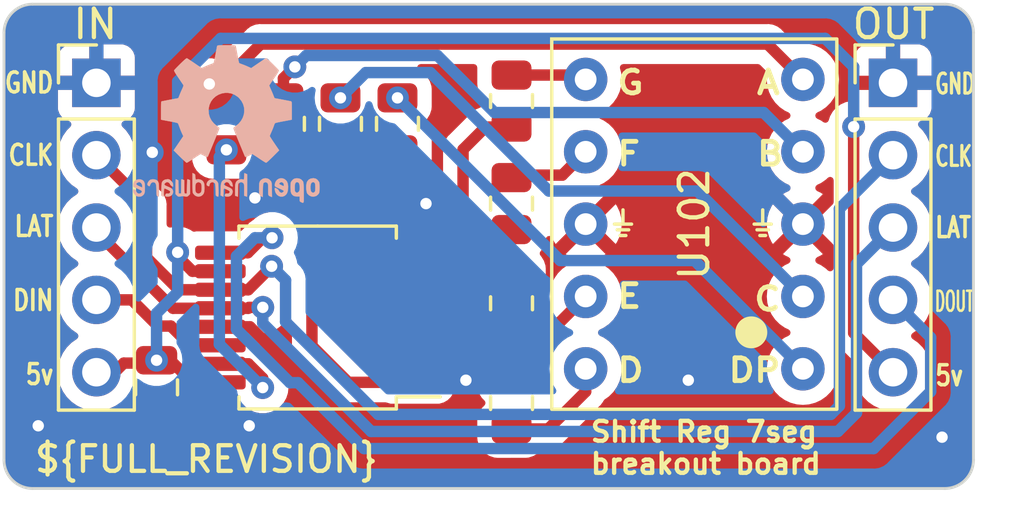
<source format=kicad_pcb>
(kicad_pcb (version 20221018) (generator pcbnew)
  (layers (0 "F.Cu" signal) (31 "B.Cu" signal) (34 "B.Paste" user) (35 "F.Paste" user) (36 "B.SilkS" user "B.Silkscreen") (37 "F.SilkS" user "F.Silkscreen") (38 "B.Mask" user) (39 "F.Mask" user) (44 "Edge.Cuts" user))
  (net 0 "")
  (net 1 "+5V")
  (net 2 "GND")
  (net 3 "/CLOCK")
  (net 4 "/LATCH")
  (net 5 "/DATA_OUT")
  (net 6 "/DATA_IN")
  (net 7 "Net-(U101-QA)")
  (net 8 "/SEG_A")
  (net 9 "Net-(U101-QC)")
  (net 10 "/SEG_C")
  (net 11 "Net-(U101-QE)")
  (net 12 "/SEG_E")
  (net 13 "Net-(U101-QG)")
  (net 14 "/SEG_G")
  (net 15 "Net-(U101-QB)")
  (net 16 "/SEG_B")
  (net 17 "Net-(U101-QD)")
  (net 18 "/SEG_D")
  (net 19 "Net-(U101-QF)")
  (net 20 "/SEG_F")
  (net 21 "Net-(U101-QH)")
  (net 22 "/SEG_DP")
  (footprint "Resistor_SMD:R_0805_2012Metric" (layer "F.Cu") (at 156.8 123 -90)
    (fp_text reference "R106" hide)
    (fp_text value "1K")
    (pad "1" smd roundrect (at -0.9125 0 270) (size 1.025 1.4) (layers "F.Cu" "F.Paste" "F.Mask") (roundrect_rratio 0.243902) (net 17 "Net-(U101-QD)"))
    (pad "2" smd roundrect (at 0.9125 0 270) (size 1.025 1.4) (layers "F.Cu" "F.Paste" "F.Mask") (roundrect_rratio 0.243902) (net 18 "/SEG_D"))
  )
  (footprint "KenwoodFox:SN74HC595" (layer "F.Cu") (at 150 120 180)
    (fp_text reference "U101" hide)
    (fp_text value "SN74HC595")
    (pad "1" smd roundrect (at -3.4125 -2.275 180) (size 1.775 0.5) (layers "F.Cu" "F.Paste" "F.Mask") (net 15 "Net-(U101-QB)"))
    (pad "2" smd roundrect (at -3.4125 -1.625 180) (size 1.775 0.5) (layers "F.Cu" "F.Paste" "F.Mask") (net 9 "Net-(U101-QC)"))
    (pad "3" smd roundrect (at -3.4125 -0.975 180) (size 1.775 0.5) (layers "F.Cu" "F.Paste" "F.Mask") (net 17 "Net-(U101-QD)"))
    (pad "4" smd roundrect (at -3.4125 -0.325 180) (size 1.775 0.5) (layers "F.Cu" "F.Paste" "F.Mask") (net 11 "Net-(U101-QE)"))
    (pad "5" smd roundrect (at -3.4125 0.325 180) (size 1.775 0.5) (layers "F.Cu" "F.Paste" "F.Mask") (net 19 "Net-(U101-QF)"))
    (pad "6" smd roundrect (at -3.4125 0.975 180) (size 1.775 0.5) (layers "F.Cu" "F.Paste" "F.Mask") (net 13 "Net-(U101-QG)"))
    (pad "7" smd roundrect (at -3.4125 1.625 180) (size 1.775 0.5) (layers "F.Cu" "F.Paste" "F.Mask") (net 21 "Net-(U101-QH)"))
    (pad "8" smd roundrect (at -3.4125 2.275 180) (size 1.775 0.5) (layers "F.Cu" "F.Paste" "F.Mask") (net 2 "GND"))
    (pad "9" smd roundrect (at 3.4125 2.275 180) (size 1.775 0.5) (layers "F.Cu" "F.Paste" "F.Mask") (net 5 "/DATA_OUT"))
    (pad "10" smd roundrect (at 3.4125 1.625 180) (size 1.775 0.5) (layers "F.Cu" "F.Paste" "F.Mask") (net 1 "+5V"))
    (pad "11" smd roundrect (at 3.4125 0.975 180) (size 1.775 0.5) (layers "F.Cu" "F.Paste" "F.Mask") (net 3 "/CLOCK"))
    (pad "12" smd roundrect (at 3.4125 0.325 180) (size 1.775 0.5) (layers "F.Cu" "F.Paste" "F.Mask") (net 4 "/LATCH"))
    (pad "13" smd roundrect (at 3.4125 -0.325 180) (size 1.775 0.5) (layers "F.Cu" "F.Paste" "F.Mask") (net 2 "GND"))
    (pad "14" smd roundrect (at 3.4125 -0.975 180) (size 1.775 0.5) (layers "F.Cu" "F.Paste" "F.Mask") (net 6 "/DATA_IN"))
    (pad "15" smd roundrect (at 3.4125 -1.625 180) (size 1.775 0.5) (layers "F.Cu" "F.Paste" "F.Mask") (net 7 "Net-(U101-QA)"))
    (pad "16" smd roundrect (at 3.4125 -2.275 180) (size 1.775 0.5) (layers "F.Cu" "F.Paste" "F.Mask") (net 1 "+5V"))
  )
  (footprint "Resistor_SMD:R_0805_2012Metric" (layer "F.Cu") (at 152.8 113.2 90)
    (fp_text reference "R108" hide)
    (fp_text value "1K")
    (pad "1" smd roundrect (at -0.9125 0 90) (size 1.025 1.4) (layers "F.Cu" "F.Paste" "F.Mask") (roundrect_rratio 0.243902) (net 21 "Net-(U101-QH)"))
    (pad "2" smd roundrect (at 0.9125 0 90) (size 1.025 1.4) (layers "F.Cu" "F.Paste" "F.Mask") (roundrect_rratio 0.243902) (net 22 "/SEG_DP"))
  )
  (footprint "Connector_PinHeader_2.54mm:PinHeader_1x05_P2.54mm_Vertical" (layer "F.Cu") (at 142.24 111.76)
    (fp_text reference "J102" hide)
    (fp_text value "IN" (at -0.04 -2.06) (layer "F.SilkS"))
    (pad "1" thru_hole rect (at 0 0) (size 1.7 1.7) (drill 1) (layers "*.Cu" "*.Mask") (net 2 "GND"))
    (pad "2" thru_hole oval (at 0 2.54) (size 1.7 1.7) (drill 1) (layers "*.Cu" "*.Mask") (net 3 "/CLOCK"))
    (pad "3" thru_hole oval (at 0 5.08) (size 1.7 1.7) (drill 1) (layers "*.Cu" "*.Mask") (net 4 "/LATCH"))
    (pad "4" thru_hole oval (at 0 7.62) (size 1.7 1.7) (drill 1) (layers "*.Cu" "*.Mask") (net 6 "/DATA_IN"))
    (pad "5" thru_hole oval (at 0 10.16) (size 1.7 1.7) (drill 1) (layers "*.Cu" "*.Mask") (net 1 "+5V"))
  )
  (footprint "Resistor_SMD:R_0805_2012Metric" (layer "F.Cu") (at 156.8 112.4 90)
    (fp_text reference "R104" hide)
    (fp_text value "1K")
    (pad "1" smd roundrect (at -0.9125 0 90) (size 1.025 1.4) (layers "F.Cu" "F.Paste" "F.Mask") (roundrect_rratio 0.243902) (net 13 "Net-(U101-QG)"))
    (pad "2" smd roundrect (at 0.9125 0 90) (size 1.025 1.4) (layers "F.Cu" "F.Paste" "F.Mask") (roundrect_rratio 0.243902) (net 14 "/SEG_G"))
  )
  (footprint "Resistor_SMD:R_0805_2012Metric" (layer "F.Cu") (at 146.8 113.2 90)
    (fp_text reference "R101" hide)
    (fp_text value "1K")
    (pad "1" smd roundrect (at -0.9125 0 90) (size 1.025 1.4) (layers "F.Cu" "F.Paste" "F.Mask") (roundrect_rratio 0.243902) (net 7 "Net-(U101-QA)"))
    (pad "2" smd roundrect (at 0.9125 0 90) (size 1.025 1.4) (layers "F.Cu" "F.Paste" "F.Mask") (roundrect_rratio 0.243902) (net 8 "/SEG_A"))
  )
  (footprint "KenwoodFox:SM420391N8" (layer "F.Cu") (at 163.21 116.72)
    (fp_text reference "U102" (at 0 0 90 unlocked) (layer "F.SilkS"))
    (fp_text value "STATE")
    (fp_text user "B" (at 2.1 -2 unlocked) (layer "F.SilkS") (effects (font (size 0.8 0.9) (thickness 0.17) bold) (justify left bottom)))
    (fp_text user "C" (at 2 3.1 unlocked) (layer "F.SilkS") (effects (font (size 0.8 0.9) (thickness 0.17) bold) (justify left bottom)))
    (fp_text user "F" (at -2.8 -2 unlocked) (layer "F.SilkS") (effects (font (size 0.8 0.9) (thickness 0.17) bold) (justify left bottom)))
    (fp_text user "D" (at -2.8 5.6 unlocked) (layer "F.SilkS") (effects (font (size 0.8 0.9) (thickness 0.17) bold) (justify left bottom)))
    (fp_text user "E" (at -2.8 3 unlocked) (layer "F.SilkS") (effects (font (size 0.8 0.9) (thickness 0.17) bold) (justify left bottom)))
    (fp_text user "DP" (at 1.1 5.6 unlocked) (layer "F.SilkS") (effects (font (size 0.8 0.9) (thickness 0.17) bold) (justify left bottom)))
    (fp_text user "A" (at 2.1 -4.5 unlocked) (layer "F.SilkS") (effects (font (size 0.8 0.9) (thickness 0.17) bold) (justify left bottom)))
    (fp_text user "G" (at -2.8 -4.5 unlocked) (layer "F.SilkS") (effects (font (size 0.8 0.9) (thickness 0.17) bold) (justify left bottom)))
    (pad "1" thru_hole circle (at -3.81 -5.08) (size 1.524 1.524) (drill 0.762) (layers "*.Cu" "*.Mask") (net 14 "/SEG_G"))
    (pad "2" thru_hole circle (at -3.81 -2.54) (size 1.524 1.524) (drill 0.762) (layers "*.Cu" "*.Mask") (net 20 "/SEG_F"))
    (pad "3" thru_hole circle (at -3.81 0) (size 1.524 1.524) (drill 0.762) (layers "*.Cu" "*.Mask") (net 2 "GND"))
    (pad "4" thru_hole circle (at -3.81 2.54) (size 1.524 1.524) (drill 0.762) (layers "*.Cu" "*.Mask") (net 12 "/SEG_E"))
    (pad "5" thru_hole circle (at -3.81 5.08) (size 1.524 1.524) (drill 0.762) (layers "*.Cu" "*.Mask") (net 18 "/SEG_D"))
    (pad "6" thru_hole circle (at 3.81 5.08) (size 1.524 1.524) (drill 0.762) (layers "*.Cu" "*.Mask") (net 22 "/SEG_DP"))
    (pad "7" thru_hole circle (at 3.81 2.54) (size 1.524 1.524) (drill 0.762) (layers "*.Cu" "*.Mask") (net 10 "/SEG_C"))
    (pad "8" thru_hole circle (at 3.81 0) (size 1.524 1.524) (drill 0.762) (layers "*.Cu" "*.Mask") (net 2 "GND"))
    (pad "9" thru_hole circle (at 3.81 -2.54) (size 1.524 1.524) (drill 0.762) (layers "*.Cu" "*.Mask") (net 16 "/SEG_B"))
    (pad "10" thru_hole circle (at 3.81 -5.08) (size 1.524 1.524) (drill 0.762) (layers "*.Cu" "*.Mask") (net 8 "/SEG_A"))
  )
  (footprint "Resistor_SMD:R_0805_2012Metric" (layer "F.Cu") (at 150.8 113.2 90)
    (fp_text reference "R102" hide)
    (fp_text value "1K")
    (pad "1" smd roundrect (at -0.9125 0 90) (size 1.025 1.4) (layers "F.Cu" "F.Paste" "F.Mask") (roundrect_rratio 0.243902) (net 9 "Net-(U101-QC)"))
    (pad "2" smd roundrect (at 0.9125 0 90) (size 1.025 1.4) (layers "F.Cu" "F.Paste" "F.Mask") (roundrect_rratio 0.243902) (net 10 "/SEG_C"))
  )
  (footprint "Resistor_SMD:R_0805_2012Metric" (layer "F.Cu") (at 148.8 113.2 90)
    (fp_text reference "R105" hide)
    (fp_text value "1K")
    (pad "1" smd roundrect (at -0.9125 0 90) (size 1.025 1.4) (layers "F.Cu" "F.Paste" "F.Mask") (roundrect_rratio 0.243902) (net 15 "Net-(U101-QB)"))
    (pad "2" smd roundrect (at 0.9125 0 90) (size 1.025 1.4) (layers "F.Cu" "F.Paste" "F.Mask") (roundrect_rratio 0.243902) (net 16 "/SEG_B"))
  )
  (footprint "Resistor_SMD:R_0805_2012Metric" (layer "F.Cu") (at 156.8 116 90)
    (fp_text reference "R107" hide)
    (fp_text value "1K")
    (pad "1" smd roundrect (at -0.9125 0 90) (size 1.025 1.4) (layers "F.Cu" "F.Paste" "F.Mask") (roundrect_rratio 0.243902) (net 19 "Net-(U101-QF)"))
    (pad "2" smd roundrect (at 0.9125 0 90) (size 1.025 1.4) (layers "F.Cu" "F.Paste" "F.Mask") (roundrect_rratio 0.243902) (net 20 "/SEG_F"))
  )
  (footprint "Connector_PinHeader_2.54mm:PinHeader_1x05_P2.54mm_Vertical" (layer "F.Cu") (at 170.18 111.76)
    (fp_text reference "J101" hide)
    (fp_text value "OUT" (at 0.02 -2.06) (layer "F.SilkS"))
    (pad "1" thru_hole rect (at 0 0) (size 1.7 1.7) (drill 1) (layers "*.Cu" "*.Mask") (net 2 "GND"))
    (pad "2" thru_hole oval (at 0 2.54) (size 1.7 1.7) (drill 1) (layers "*.Cu" "*.Mask") (net 3 "/CLOCK"))
    (pad "3" thru_hole oval (at 0 5.08) (size 1.7 1.7) (drill 1) (layers "*.Cu" "*.Mask") (net 4 "/LATCH"))
    (pad "4" thru_hole oval (at 0 7.62) (size 1.7 1.7) (drill 1) (layers "*.Cu" "*.Mask") (net 5 "/DATA_OUT"))
    (pad "5" thru_hole oval (at 0 10.16) (size 1.7 1.7) (drill 1) (layers "*.Cu" "*.Mask") (net 1 "+5V"))
  )
  (footprint "Resistor_SMD:R_0805_2012Metric" (layer "F.Cu") (at 156.8 119.5 -90)
    (fp_text reference "R103" hide)
    (fp_text value "1K")
    (pad "1" smd roundrect (at -0.9125 0 270) (size 1.025 1.4) (layers "F.Cu" "F.Paste" "F.Mask") (roundrect_rratio 0.243902) (net 11 "Net-(U101-QE)"))
    (pad "2" smd roundrect (at 0.9125 0 270) (size 1.025 1.4) (layers "F.Cu" "F.Paste" "F.Mask") (roundrect_rratio 0.243902) (net 12 "/SEG_E"))
  )
  (footprint "Capacitor_SMD:C_0805_2012Metric" (layer "F.Cu") (at 144.35 122.45 -90)
    (fp_text reference "C101" hide)
    (fp_text value "100nF")
    (pad "1" smd roundrect (at -0.95 0 270) (size 1 1.45) (layers "F.Cu" "F.Paste" "F.Mask") (net 1 "+5V"))
    (pad "2" smd roundrect (at 0.95 0 270) (size 1 1.45) (layers "F.Cu" "F.Paste" "F.Mask") (net 2 "GND"))
  )
  (footprint "Symbol:OSHW-Logo2_7.3x6mm_SilkScreen" (layer "B.Cu") (at 146.8 113.2 180)
    (fp_text reference "REF**" hide)
    (fp_text value "OSHW-Logo2_7.3x6mm_SilkScreen" hide)
  )
  (gr_arc (start 140 126) (mid 139.292893 125.707107) (end 139 125) (stroke (width 0.1)) (layer "Edge.Cuts"))
  (gr_arc (start 139 110) (mid 139.292893 109.292893) (end 140 109) (stroke (width 0.1)) (layer "Edge.Cuts"))
  (gr_arc (start 173 125) (mid 172.707107 125.707107) (end 172 126) (stroke (width 0.1)) (layer "Edge.Cuts"))
  (gr_line (start 172 126) (end 140 126) (stroke (width 0.1)) (layer "Edge.Cuts"))
  (gr_line (start 173 110) (end 173 125) (stroke (width 0.1)) (layer "Edge.Cuts"))
  (gr_arc (start 172 109) (mid 172.707107 109.292893) (end 173 110) (stroke (width 0.1)) (layer "Edge.Cuts"))
  (gr_line (start 139 125) (end 139 110) (stroke (width 0.1)) (layer "Edge.Cuts"))
  (gr_line (start 140 109) (end 172 109) (stroke (width 0.1)) (layer "Edge.Cuts"))
  (gr_text "DOUT" (at 171.6 119.44) (layer "F.SilkS") (effects (font (size 0.7 0.35) (thickness 0.0875) bold) (justify left)))
  (gr_text "5v" (at 140.8 122) (layer "F.SilkS") (effects (font (size 0.7 0.55) (thickness 0.125) bold) (justify right)))
  (gr_text "GND" (at 140.8 111.76) (layer "F.SilkS") (effects (font (size 0.7 0.55) (thickness 0.125) bold) (justify right)))
  (gr_text "CLK\n" (at 171.6 114.34) (layer "F.SilkS") (effects (font (size 0.7 0.45) (thickness 0.1125) bold) (justify left)))
  (gr_text "CLK\n" (at 140.8 114.3) (layer "F.SilkS") (effects (font (size 0.7 0.55) (thickness 0.125) bold) (justify right)))
  (gr_text "LAT" (at 171.6 116.84) (layer "F.SilkS") (effects (font (size 0.7 0.5) (thickness 0.125) bold) (justify left)))
  (gr_text "LAT" (at 140.8 116.8) (layer "F.SilkS") (effects (font (size 0.7 0.55) (thickness 0.125) bold) (justify right)))
  (gr_text "DIN" (at 140.8 119.4) (layer "F.SilkS") (effects (font (size 0.7 0.55) (thickness 0.125) bold) (justify right)))
  (gr_text "${FULL_REVISION}" (at 140 125.5) (layer "F.SilkS") (effects (font (size 0.9 0.9) (thickness 0.15) bold) (justify left bottom)))
  (gr_text "Shift Reg 7seg \nbreakout board" (at 159.5 123.6) (layer "F.SilkS") (effects (font (size 0.7 0.7) (thickness 0.15) bold) (justify left top)))
  (gr_text "5v" (at 171.6 122.04) (layer "F.SilkS") (effects (font (size 0.7 0.55) (thickness 0.125) bold) (justify left)))
  (gr_text "GND" (at 171.6 111.8) (layer "F.SilkS") (effects (font (size 0.7 0.45) (thickness 0.1125) bold) (justify left)))
  (segment (start 146.5875 122.275) (end 145.607538 122.275) (width 0.4) (layer "F.Cu") (net 1))
  (segment (start 168.8 120.54) (end 170.18 121.92) (width 0.4) (layer "F.Cu") (net 1))
  (segment (start 143.2 121.6) (end 144.25 121.6) (width 0.4) (layer "F.Cu") (net 1))
  (segment (start 145.607538 118.375) (end 145.089596 117.857058) (width 0.4) (layer "F.Cu") (net 1))
  (segment (start 146.5875 118.375) (end 145.607538 118.375) (width 0.4) (layer "F.Cu") (net 1))
  (segment (start 145.089596 117.857058) (end 145.089596 117.710404) (width 0.4) (layer "F.Cu") (net 1))
  (segment (start 144.25 121.6) (end 144.35 121.5) (width 0.4) (layer "F.Cu") (net 1))
  (segment (start 142.24 121.92) (end 142.88 121.92) (width 0.4) (layer "F.Cu") (net 1))
  (segment (start 145.607538 122.275) (end 144.832538 121.5) (width 0.4) (layer "F.Cu") (net 1))
  (segment (start 144.832538 121.5) (end 144.35 121.5) (width 0.4) (layer "F.Cu") (net 1))
  (segment (start 142.88 121.92) (end 143.2 121.6) (width 0.4) (layer "F.Cu") (net 1))
  (segment (start 168.8 113.3) (end 168.8 120.54) (width 0.4) (layer "F.Cu") (net 1))
  (via (at 168.8 113.3) (size 0.8) (drill 0.4) (layers "F.Cu" "B.Cu") (net 1))
  (via (at 145.089596 117.710404) (size 0.8) (drill 0.4) (layers "F.Cu" "B.Cu") (net 1))
  (via (at 144.35 121.5) (size 0.8) (drill 0.4) (layers "F.Cu" "B.Cu") (net 1))
  (segment (start 145.089596 117.710404) (end 145.089596 119.110404) (width 0.4) (layer "B.Cu") (net 1))
  (segment (start 146.6 110.2) (end 145.089596 111.710404) (width 0.4) (layer "B.Cu") (net 1))
  (segment (start 168.8 113.3) (end 168.8 111.2) (width 0.4) (layer "B.Cu") (net 1))
  (segment (start 145.089596 119.110404) (end 144.35 119.85) (width 0.4) (layer "B.Cu") (net 1))
  (segment (start 167.8 110.2) (end 146.6 110.2) (width 0.4) (layer "B.Cu") (net 1))
  (segment (start 145.089596 111.710404) (end 145.089596 117.710404) (width 0.4) (layer "B.Cu") (net 1))
  (segment (start 144.35 119.85) (end 144.35 121.5) (width 0.4) (layer "B.Cu") (net 1))
  (segment (start 168.8 111.2) (end 167.8 110.2) (width 0.4) (layer "B.Cu") (net 1))
  (segment (start 146.5875 120.325) (end 147.625886 120.325) (width 0.4) (layer "F.Cu") (net 2))
  (segment (start 147.625886 120.325) (end 148.4 121.099114) (width 0.4) (layer "F.Cu") (net 2))
  (segment (start 148.4 121.099114) (end 148.4 121.2) (width 0.4) (layer "F.Cu") (net 2))
  (via (at 144.2 114.2) (size 0.8) (drill 0.4) (layers "F.Cu" "B.Cu") (net 2))
  (via (at 153.8 116) (size 0.8) (drill 0.4) (layers "F.Cu" "B.Cu") (net 2))
  (via (at 170.2 112) (size 0.8) (drill 0.4) (layers "F.Cu" "B.Cu") (net 2))
  (via (at 140.2 123.8) (size 0.8) (drill 0.4) (layers "F.Cu" "B.Cu") (net 2))
  (via (at 147.6 123.8) (size 0.8) (drill 0.4) (layers "F.Cu" "B.Cu") (net 2))
  (via (at 147.8 115.8) (size 0.8) (drill 0.4) (layers "F.Cu" "B.Cu") (net 2))
  (via (at 171.9 124.2) (size 0.8) (drill 0.4) (layers "F.Cu" "B.Cu") (net 2))
  (via (at 163 122.2) (size 0.8) (drill 0.4) (layers "F.Cu" "B.Cu") (net 2))
  (via (at 155.2 122.2) (size 0.8) (drill 0.4) (layers "F.Cu" "B.Cu") (net 2))
  (segment (start 147.567462 119.025) (end 146.5875 119.025) (width 0.4) (layer "F.Cu") (net 3))
  (segment (start 145.125 119.025) (end 144 117.9) (width 0.4) (layer "F.Cu") (net 3))
  (segment (start 144 117.9) (end 144 116.06) (width 0.4) (layer "F.Cu") (net 3))
  (segment (start 146.5875 119.025) (end 145.125 119.025) (width 0.4) (layer "F.Cu") (net 3))
  (segment (start 144 116.06) (end 142.24 114.3) (width 0.4) (layer "F.Cu") (net 3))
  (segment (start 148.386293 118.199402) (end 148.386293 118.206169) (width 0.4) (layer "F.Cu") (net 3))
  (segment (start 148.386293 118.206169) (end 147.567462 119.025) (width 0.4) (layer "F.Cu") (net 3))
  (via (at 148.386293 118.199402) (size 0.8) (drill 0.4) (layers "F.Cu" "B.Cu") (net 3))
  (segment (start 168 123.4) (end 152.123028 123.4) (width 0.4) (layer "B.Cu") (net 3))
  (segment (start 152.123028 123.4) (end 148.8745 120.151472) (width 0.4) (layer "B.Cu") (net 3))
  (segment (start 168.3 123.1) (end 168 123.4) (width 0.4) (layer "B.Cu") (net 3))
  (segment (start 170.18 114.3) (end 168.3 116.18) (width 0.4) (layer "B.Cu") (net 3))
  (segment (start 168.3 116.18) (end 168.3 123.1) (width 0.4) (layer "B.Cu") (net 3))
  (segment (start 148.8745 118.687609) (end 148.386293 118.199402) (width 0.4) (layer "B.Cu") (net 3))
  (segment (start 148.8745 120.151472) (end 148.8745 118.687609) (width 0.4) (layer "B.Cu") (net 3))
  (segment (start 148.075 119.642743) (end 147.599719 119.642743) (width 0.4) (layer "F.Cu") (net 4))
  (segment (start 147.599719 119.642743) (end 147.567462 119.675) (width 0.4) (layer "F.Cu") (net 4))
  (segment (start 147.567462 119.675) (end 146.5875 119.675) (width 0.4) (layer "F.Cu") (net 4))
  (segment (start 142.24 116.84) (end 142.24 116.988528) (width 0.4) (layer "F.Cu") (net 4))
  (segment (start 144.926472 119.675) (end 146.5875 119.675) (width 0.4) (layer "F.Cu") (net 4))
  (segment (start 142.628528 116.38) (end 142.24 116.38) (width 0.4) (layer "F.Cu") (net 4))
  (segment (start 142.24 116.988528) (end 144.926472 119.675) (width 0.4) (layer "F.Cu") (net 4))
  (via (at 148.075 119.642743) (size 0.8) (drill 0.4) (layers "F.Cu" "B.Cu") (net 4))
  (segment (start 168.9 123.348528) (end 168.248528 124) (width 0.4) (layer "B.Cu") (net 4))
  (segment (start 170.18 116.84) (end 168.9 118.12) (width 0.4) (layer "B.Cu") (net 4))
  (segment (start 168.9 118.12) (end 168.9 123.348528) (width 0.4) (layer "B.Cu") (net 4))
  (segment (start 168.248528 124) (end 151.8745 124) (width 0.4) (layer "B.Cu") (net 4))
  (segment (start 148.075 120.2005) (end 148.075 119.642743) (width 0.4) (layer "B.Cu") (net 4))
  (segment (start 151.8745 124) (end 148.075 120.2005) (width 0.4) (layer "B.Cu") (net 4))
  (segment (start 148.4005 117.2) (end 148.0755 117.2) (width 0.4) (layer "F.Cu") (net 5))
  (segment (start 147.5505 117.725) (end 146.5875 117.725) (width 0.4) (layer "F.Cu") (net 5))
  (segment (start 148.0755 117.2) (end 147.5505 117.725) (width 0.4) (layer "F.Cu") (net 5))
  (via (at 148.4005 117.2) (size 0.8) (drill 0.4) (layers "F.Cu" "B.Cu") (net 5))
  (segment (start 149.030143 122.287014) (end 147.152821 120.409692) (width 0.4) (layer "B.Cu") (net 5))
  (segment (start 171.5 120.7) (end 171.5 122.6) (width 0.4) (layer "B.Cu") (net 5))
  (segment (start 169.5 124.6) (end 151.625972 124.6) (width 0.4) (layer "B.Cu") (net 5))
  (segment (start 147.152821 117.847179) (end 147.8 117.2) (width 0.4) (layer "B.Cu") (net 5))
  (segment (start 171.5 122.6) (end 169.5 124.6) (width 0.4) (layer "B.Cu") (net 5))
  (segment (start 151.625972 124.6) (end 149.312986 122.287014) (width 0.4) (layer "B.Cu") (net 5))
  (segment (start 147.8 117.2) (end 148.4005 117.2) (width 0.4) (layer "B.Cu") (net 5))
  (segment (start 147.152821 120.409692) (end 147.152821 117.847179) (width 0.4) (layer "B.Cu") (net 5))
  (segment (start 149.312986 122.287014) (end 149.030143 122.287014) (width 0.4) (layer "B.Cu") (net 5))
  (segment (start 170.18 119.38) (end 171.5 120.7) (width 0.4) (layer "B.Cu") (net 5))
  (segment (start 142.24 119.38) (end 143.48 119.38) (width 0.4) (layer "F.Cu") (net 6))
  (segment (start 144.4 120.3) (end 144.851472 120.3) (width 0.4) (layer "F.Cu") (net 6))
  (segment (start 144.851472 120.3) (end 145.526472 120.975) (width 0.4) (layer "F.Cu") (net 6))
  (segment (start 145.526472 120.975) (end 146.5875 120.975) (width 0.4) (layer "F.Cu") (net 6))
  (segment (start 143.48 119.38) (end 144.4 120.3) (width 0.4) (layer "F.Cu") (net 6))
  (segment (start 148.072046 122.129584) (end 148.072046 122.459581) (width 0.4) (layer "F.Cu") (net 7))
  (segment (start 147.567462 121.625) (end 148.072046 122.129584) (width 0.4) (layer "F.Cu") (net 7))
  (segment (start 146.8 114.1125) (end 146.8 114.4) (width 0.4) (layer "F.Cu") (net 7))
  (segment (start 146.5875 121.625) (end 147.567462 121.625) (width 0.4) (layer "F.Cu") (net 7))
  (via (at 146.8 114.1125) (size 0.8) (drill 0.4) (layers "F.Cu" "B.Cu") (net 7))
  (via (at 148.072046 122.459581) (size 0.8) (drill 0.4) (layers "F.Cu" "B.Cu") (net 7))
  (segment (start 148.072046 122.459581) (end 146.552821 120.940356) (width 0.4) (layer "B.Cu") (net 7))
  (segment (start 146.552821 114.359679) (end 146.8 114.1125) (width 0.4) (layer "B.Cu") (net 7))
  (segment (start 146.552821 120.940356) (end 146.552821 114.359679) (width 0.4) (layer "B.Cu") (net 7))
  (segment (start 148 110.4) (end 146.8 111.6) (width 0.4) (layer "F.Cu") (net 8))
  (segment (start 146.2 111.8) (end 146.8 112.2875) (width 0.4) (layer "F.Cu") (net 8))
  (segment (start 146.8 111.6) (end 146.2 111.8) (width 0.4) (layer "F.Cu") (net 8))
  (segment (start 165.78 110.4) (end 148 110.4) (width 0.4) (layer "F.Cu") (net 8))
  (segment (start 167.02 111.64) (end 165.78 110.4) (width 0.4) (layer "F.Cu") (net 8))
  (via (at 146.2 111.8) (size 0.8) (drill 0.4) (layers "F.Cu" "B.Cu") (net 8))
  (segment (start 153.4125 121.625) (end 151.625 121.625) (width 0.4) (layer "F.Cu") (net 9))
  (segment (start 151.625 121.625) (end 150.4 120.4) (width 0.4) (layer "F.Cu") (net 9))
  (segment (start 150.4 120.4) (end 150.4 114.5125) (width 0.4) (layer "F.Cu") (net 9))
  (segment (start 150.4 114.5125) (end 150.8 114.1125) (width 0.4) (layer "F.Cu") (net 9))
  (via (at 150.8 112.2875) (size 0.8) (drill 0.4) (layers "F.Cu" "B.Cu") (net 10))
  (segment (start 158.109472 115.558) (end 153.951472 111.4) (width 0.4) (layer "B.Cu") (net 10))
  (segment (start 167.02 119.26) (end 163.318 115.558) (width 0.4) (layer "B.Cu") (net 10))
  (segment (start 151.6875 111.4) (end 150.8 112.2875) (width 0.4) (layer "B.Cu") (net 10))
  (segment (start 153.951472 111.4) (end 151.6875 111.4) (width 0.4) (layer "B.Cu") (net 10))
  (segment (start 163.318 115.558) (end 158.109472 115.558) (width 0.4) (layer "B.Cu") (net 10))
  (segment (start 155.075 120.325) (end 156.8 118.6) (width 0.4) (layer "F.Cu") (net 11))
  (segment (start 156.8 118.6) (end 156.8 118.5875) (width 0.4) (layer "F.Cu") (net 11))
  (segment (start 153.4125 120.325) (end 155.075 120.325) (width 0.4) (layer "F.Cu") (net 11))
  (segment (start 158.46 120.2) (end 157.0125 120.2) (width 0.4) (layer "F.Cu") (net 12))
  (segment (start 157.0125 120.2) (end 156.8 120.4125) (width 0.4) (layer "F.Cu") (net 12))
  (segment (start 159.4 119.26) (end 158.46 120.2) (width 0.4) (layer "F.Cu") (net 12))
  (segment (start 153.4125 119.025) (end 154.677944 119.025) (width 0.4) (layer "F.Cu") (net 13))
  (segment (start 155.1 118.602944) (end 155.1 114.1) (width 0.4) (layer "F.Cu") (net 13))
  (segment (start 155.8875 113.3125) (end 156.8 113.3125) (width 0.4) (layer "F.Cu") (net 13))
  (segment (start 155.1 114.1) (end 155.8875 113.3125) (width 0.4) (layer "F.Cu") (net 13))
  (segment (start 154.677944 119.025) (end 155.1 118.602944) (width 0.4) (layer "F.Cu") (net 13))
  (segment (start 156.8 111.4875) (end 159.2475 111.4875) (width 0.4) (layer "F.Cu") (net 14))
  (segment (start 159.2475 111.4875) (end 159.4 111.64) (width 0.4) (layer "F.Cu") (net 14))
  (segment (start 149.8 116.551472) (end 148.8 115.551472) (width 0.4) (layer "F.Cu") (net 15))
  (segment (start 148.8 115.551472) (end 148.8 114.1125) (width 0.4) (layer "F.Cu") (net 15))
  (segment (start 151.075 122.275) (end 149.8 121) (width 0.4) (layer "F.Cu") (net 15))
  (segment (start 153.4125 122.275) (end 151.075 122.275) (width 0.4) (layer "F.Cu") (net 15))
  (segment (start 149.8 121) (end 149.8 116.551472) (width 0.4) (layer "F.Cu") (net 15))
  (segment (start 148.8 112.2875) (end 148.8 111.6) (width 0.4) (layer "F.Cu") (net 16))
  (segment (start 148.8 111.6) (end 149.2 111.2) (width 0.4) (layer "F.Cu") (net 16))
  (via (at 149.2 111.2) (size 0.8) (drill 0.4) (layers "F.Cu" "B.Cu") (net 16))
  (segment (start 156.202 112.802) (end 165.642 112.802) (width 0.4) (layer "B.Cu") (net 16))
  (segment (start 154.2 110.8) (end 156.202 112.802) (width 0.4) (layer "B.Cu") (net 16))
  (segment (start 165.642 112.802) (end 167.02 114.18) (width 0.4) (layer "B.Cu") (net 16))
  (segment (start 149.6 110.8) (end 154.2 110.8) (width 0.4) (layer "B.Cu") (net 16))
  (segment (start 149.2 111.2) (end 149.6 110.8) (width 0.4) (layer "B.Cu") (net 16))
  (segment (start 153.4125 120.975) (end 155.175 120.975) (width 0.4) (layer "F.Cu") (net 17))
  (segment (start 155.175 120.975) (end 156.2875 122.0875) (width 0.4) (layer "F.Cu") (net 17))
  (segment (start 156.2875 122.0875) (end 156.8 122.0875) (width 0.4) (layer "F.Cu") (net 17))
  (segment (start 159.4 122.6) (end 158.0875 123.9125) (width 0.4) (layer "F.Cu") (net 18))
  (segment (start 158.0875 123.9125) (end 156.8 123.9125) (width 0.4) (layer "F.Cu") (net 18))
  (segment (start 159.4 121.8) (end 159.4 122.6) (width 0.4) (layer "F.Cu") (net 18))
  (segment (start 155.7 118.851472) (end 155.7 118.055761) (width 0.4) (layer "F.Cu") (net 19))
  (segment (start 155.7 118.055761) (end 156.8 116.955761) (width 0.4) (layer "F.Cu") (net 19))
  (segment (start 154.876472 119.675) (end 155.7 118.851472) (width 0.4) (layer "F.Cu") (net 19))
  (segment (start 156.8 116.955761) (end 156.8 116.9125) (width 0.4) (layer "F.Cu") (net 19))
  (segment (start 153.4125 119.675) (end 154.876472 119.675) (width 0.4) (layer "F.Cu") (net 19))
  (segment (start 158.58 115) (end 156.8875 115) (width 0.4) (layer "F.Cu") (net 20))
  (segment (start 156.8875 115) (end 156.8 115.0875) (width 0.4) (layer "F.Cu") (net 20))
  (segment (start 159.4 114.18) (end 158.58 115) (width 0.4) (layer "F.Cu") (net 20))
  (segment (start 151.8 118) (end 151.8 116.4) (width 0.4) (layer "F.Cu") (net 21))
  (segment (start 152.8 115.4) (end 152.8 114.1125) (width 0.4) (layer "F.Cu") (net 21))
  (segment (start 153.4125 118.375) (end 152.175 118.375) (width 0.4) (layer "F.Cu") (net 21))
  (segment (start 151.8 116.4) (end 152.8 115.4) (width 0.4) (layer "F.Cu") (net 21))
  (segment (start 152.175 118.375) (end 151.8 118) (width 0.4) (layer "F.Cu") (net 21))
  (via (at 152.8 112.2875) (size 0.8) (drill 0.4) (layers "F.Cu" "B.Cu") (net 22))
  (segment (start 167.02 121.8) (end 163.22 118) (width 0.4) (layer "B.Cu") (net 22))
  (segment (start 163.22 118) (end 158.5125 118) (width 0.4) (layer "B.Cu") (net 22))
  (segment (start 158.5125 118) (end 152.8 112.2875) (width 0.4) (layer "B.Cu") (net 22))
  (zone (net 2) (net_name "GND") (layers "F&B.Cu") (connect_pads (clearance 0.5)) (min_thickness 0.25) (fill yes (thermal_gap 0.5) (thermal_bridge_width 0.5))
    (polygon (pts (xy 139 109) (xy 173 109) (xy 173 126) (xy 139 126)))
  )
)
</source>
